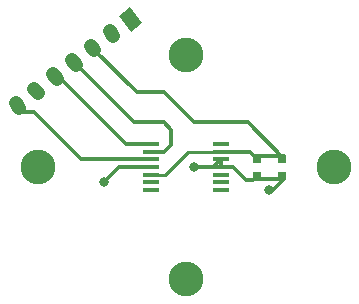
<source format=gtl>
G04 #@! TF.FileFunction,Copper,L1,Top,Signal*
%FSLAX46Y46*%
G04 Gerber Fmt 4.6, Leading zero omitted, Abs format (unit mm)*
G04 Created by KiCad (PCBNEW 4.0.7+dfsg1-1) date Wed Jan 17 01:01:51 2018*
%MOMM*%
%LPD*%
G01*
G04 APERTURE LIST*
%ADD10C,0.100000*%
%ADD11C,1.198880*%
%ADD12R,1.450000X0.450000*%
%ADD13C,2.946400*%
%ADD14R,0.750000X0.800000*%
%ADD15C,0.800000*%
%ADD16C,0.250000*%
%ADD17C,0.300000*%
G04 APERTURE END LIST*
D10*
G36*
X84752551Y-82963543D02*
X85779922Y-84317055D01*
X84824979Y-85041897D01*
X83797608Y-83688385D01*
X84752551Y-82963543D01*
X84752551Y-82963543D01*
G37*
D11*
X83347783Y-85410585D02*
X83045253Y-85012017D01*
X81753512Y-86620702D02*
X81450982Y-86222134D01*
X80161265Y-87829284D02*
X79858735Y-87430716D01*
X78569018Y-89037866D02*
X78266488Y-88639298D01*
X76974747Y-90247983D02*
X76672217Y-89849415D01*
X75382500Y-91456564D02*
X75079970Y-91057996D01*
D12*
X86550000Y-94550000D03*
X86550000Y-95200000D03*
X86550000Y-95850000D03*
X86550000Y-96500000D03*
X86550000Y-97150000D03*
X86550000Y-97800000D03*
X86550000Y-98450000D03*
X92450000Y-98450000D03*
X92450000Y-97800000D03*
X92450000Y-97150000D03*
X92450000Y-96500000D03*
X92450000Y-95850000D03*
X92450000Y-95200000D03*
X92450000Y-94550000D03*
D13*
X102000000Y-96520000D03*
X89500000Y-87000000D03*
X89500000Y-106000000D03*
X77000000Y-96500000D03*
D14*
X95504000Y-95782000D03*
X95504000Y-97282000D03*
X97599500Y-95782000D03*
X97599500Y-97282000D03*
D15*
X90170000Y-96520000D03*
X96520000Y-98425000D03*
X82550000Y-97790000D03*
D16*
X87762000Y-97150000D02*
X89712000Y-95200000D01*
X89712000Y-95200000D02*
X92450000Y-95200000D01*
X86550000Y-97150000D02*
X87762000Y-97150000D01*
D17*
X97790000Y-95770000D02*
X94730000Y-92710000D01*
X94730000Y-92710000D02*
X90170000Y-92710000D01*
X90170000Y-92710000D02*
X87630000Y-90170000D01*
X87630000Y-90170000D02*
X85334037Y-90170000D01*
X85334037Y-90170000D02*
X81647469Y-86483432D01*
X95250000Y-95520000D02*
X94950000Y-95220000D01*
X94950000Y-95220000D02*
X92485000Y-95220000D01*
X97790000Y-95520000D02*
X95250000Y-95520000D01*
X90170000Y-96520000D02*
X91780000Y-96520000D01*
X91780000Y-96520000D02*
X92450000Y-95850000D01*
X96520000Y-98425000D02*
X96885000Y-98425000D01*
X96885000Y-98425000D02*
X97790000Y-97520000D01*
X95250000Y-97520000D02*
X97790000Y-97520000D01*
X94615000Y-97625000D02*
X95145000Y-97625000D01*
X95145000Y-97625000D02*
X95250000Y-97520000D01*
X92485000Y-96520000D02*
X93510000Y-96520000D01*
X93510000Y-96520000D02*
X94615000Y-97625000D01*
X92485000Y-96520000D02*
X92485000Y-95870000D01*
X88265000Y-94615000D02*
X88265000Y-93345000D01*
X88265000Y-93345000D02*
X87630000Y-92710000D01*
X87680000Y-95200000D02*
X88265000Y-94615000D01*
X86550000Y-95200000D02*
X87680000Y-95200000D01*
X85090000Y-92710000D02*
X87630000Y-92710000D01*
X83820000Y-91440000D02*
X85090000Y-92710000D01*
X80010000Y-87630000D02*
X83820000Y-91440000D01*
X86600000Y-95250000D02*
X86550000Y-95200000D01*
X78883492Y-89043492D02*
X84390000Y-94550000D01*
X84390000Y-94550000D02*
X86550000Y-94550000D01*
X78596508Y-89043492D02*
X78883492Y-89043492D01*
X86585000Y-94570000D02*
X87085000Y-94570000D01*
X82550000Y-97790000D02*
X83840000Y-96500000D01*
X83840000Y-96500000D02*
X86550000Y-96500000D01*
X75767727Y-91872273D02*
X75767727Y-91743373D01*
X75767727Y-91743373D02*
X75095514Y-91071160D01*
X75767727Y-91872273D02*
X76632273Y-91872273D01*
X76632273Y-91872273D02*
X80610000Y-95850000D01*
X80610000Y-95850000D02*
X86550000Y-95850000D01*
M02*

</source>
